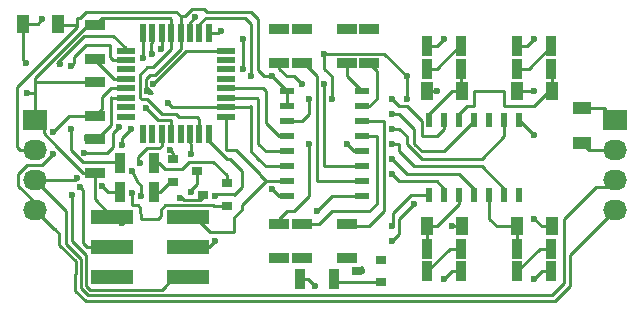
<source format=gbr>
G04 #@! TF.FileFunction,Copper,L2,Bot,Signal*
%FSLAX46Y46*%
G04 Gerber Fmt 4.6, Leading zero omitted, Abs format (unit mm)*
G04 Created by KiCad (PCBNEW 4.0.5+dfsg1-4) date Sun Sep  9 22:04:29 2018*
%MOMM*%
%LPD*%
G01*
G04 APERTURE LIST*
%ADD10C,0.100000*%
%ADD11R,0.550000X1.600000*%
%ADD12R,1.600000X0.550000*%
%ADD13R,0.900000X1.700000*%
%ADD14R,1.000000X1.600000*%
%ADD15R,1.600000X1.000000*%
%ADD16R,3.600000X1.270000*%
%ADD17R,0.900000X0.800000*%
%ADD18R,1.700000X0.900000*%
%ADD19R,0.508000X1.143000*%
%ADD20R,2.032000X1.727200*%
%ADD21O,2.032000X1.727200*%
%ADD22R,1.143000X0.508000*%
%ADD23C,0.600000*%
%ADD24C,0.250000*%
G04 APERTURE END LIST*
D10*
D11*
X44190000Y-23690000D03*
X44990000Y-23690000D03*
X45790000Y-23690000D03*
X46590000Y-23690000D03*
X47390000Y-23690000D03*
X48190000Y-23690000D03*
X48990000Y-23690000D03*
X49790000Y-23690000D03*
D12*
X51240000Y-25140000D03*
X51240000Y-25940000D03*
X51240000Y-26740000D03*
X51240000Y-27540000D03*
X51240000Y-28340000D03*
X51240000Y-29140000D03*
X51240000Y-29940000D03*
X51240000Y-30740000D03*
D11*
X49790000Y-32190000D03*
X48990000Y-32190000D03*
X48190000Y-32190000D03*
X47390000Y-32190000D03*
X46590000Y-32190000D03*
X45790000Y-32190000D03*
X44990000Y-32190000D03*
X44190000Y-32190000D03*
D12*
X42740000Y-30740000D03*
X42740000Y-29940000D03*
X42740000Y-29140000D03*
X42740000Y-28340000D03*
X42740000Y-27540000D03*
X42740000Y-26740000D03*
X42740000Y-25940000D03*
X42740000Y-25140000D03*
D13*
X71173000Y-43815000D03*
X68273000Y-43815000D03*
D14*
X34060000Y-22860000D03*
X37060000Y-22860000D03*
X71223000Y-28575000D03*
X68223000Y-28575000D03*
D15*
X81407000Y-29996000D03*
X81407000Y-32996000D03*
D14*
X78843000Y-28575000D03*
X75843000Y-28575000D03*
X75843000Y-40005000D03*
X78843000Y-40005000D03*
X68223000Y-40005000D03*
X71223000Y-40005000D03*
D16*
X48031000Y-39243000D03*
X48031000Y-41783000D03*
X48031000Y-44323000D03*
X41631000Y-44323000D03*
X41631000Y-41783000D03*
X41631000Y-39243000D03*
D17*
X51292000Y-36388000D03*
X51292000Y-38288000D03*
X49292000Y-37338000D03*
X46752000Y-36256000D03*
X46752000Y-34356000D03*
X48752000Y-35306000D03*
X64373000Y-42865000D03*
X64373000Y-44765000D03*
X62373000Y-43815000D03*
D13*
X68273000Y-26670000D03*
X71173000Y-26670000D03*
X75893000Y-26670000D03*
X78793000Y-26670000D03*
X78793000Y-41910000D03*
X75893000Y-41910000D03*
X71173000Y-41910000D03*
X68273000Y-41910000D03*
D18*
X40132000Y-22934000D03*
X40132000Y-25834000D03*
D13*
X68273000Y-24765000D03*
X71173000Y-24765000D03*
X75893000Y-24765000D03*
X78793000Y-24765000D03*
X78793000Y-43815000D03*
X75893000Y-43815000D03*
X45138000Y-34671000D03*
X42238000Y-34671000D03*
X45138000Y-37084000D03*
X42238000Y-37084000D03*
D18*
X40132000Y-35486000D03*
X40132000Y-32586000D03*
X40132000Y-27760000D03*
X40132000Y-30660000D03*
X57658000Y-23315000D03*
X57658000Y-26215000D03*
X55753000Y-23315000D03*
X55753000Y-26215000D03*
X55753000Y-42725000D03*
X55753000Y-39825000D03*
X57658000Y-42725000D03*
X57658000Y-39825000D03*
X61468000Y-42725000D03*
X61468000Y-39825000D03*
X63373000Y-23315000D03*
X63373000Y-26215000D03*
X61468000Y-23315000D03*
X61468000Y-26215000D03*
D13*
X57478000Y-44450000D03*
X60378000Y-44450000D03*
D19*
X68453000Y-30988000D03*
X69723000Y-30988000D03*
X70993000Y-30988000D03*
X72263000Y-30988000D03*
X73533000Y-30988000D03*
X74803000Y-30988000D03*
X76073000Y-30988000D03*
X76073000Y-37338000D03*
X74803000Y-37338000D03*
X72263000Y-37338000D03*
X70993000Y-37338000D03*
X69723000Y-37338000D03*
X68453000Y-37338000D03*
X73533000Y-37338000D03*
D20*
X84201000Y-30988000D03*
D21*
X84201000Y-33528000D03*
X84201000Y-36068000D03*
X84201000Y-38608000D03*
D20*
X35052000Y-30988000D03*
D21*
X35052000Y-33528000D03*
X35052000Y-36068000D03*
X35052000Y-38608000D03*
D22*
X62738000Y-37465000D03*
X62738000Y-34925000D03*
X62738000Y-33655000D03*
X62738000Y-32385000D03*
X62738000Y-31115000D03*
X62738000Y-29845000D03*
X62738000Y-28575000D03*
X56388000Y-28575000D03*
X56388000Y-29845000D03*
X56388000Y-31115000D03*
X56388000Y-32385000D03*
X56388000Y-33655000D03*
X56388000Y-34925000D03*
X56388000Y-36195000D03*
X56388000Y-37465000D03*
X62738000Y-36195000D03*
D23*
X35687000Y-22479000D03*
X42395140Y-39751000D03*
X65278000Y-40005000D03*
X34417000Y-28702000D03*
X34290000Y-26162000D03*
X66548000Y-29210000D03*
X66548000Y-27305000D03*
X77343000Y-44450000D03*
X69723000Y-44450000D03*
X58928000Y-38735000D03*
X77343000Y-24130000D03*
X69723000Y-24130000D03*
X59563000Y-25400000D03*
X60198000Y-29210000D03*
X58293000Y-29210000D03*
X57658000Y-23315000D03*
X55753000Y-23315000D03*
X61468000Y-23315000D03*
X63373000Y-23315000D03*
X57658000Y-42725000D03*
X55753000Y-42725000D03*
X61468000Y-42725000D03*
X62738000Y-43815000D03*
X81407000Y-32996000D03*
X77343000Y-28575000D03*
X41402000Y-44323000D03*
X77343000Y-32258000D03*
X67183000Y-38100000D03*
X65278000Y-41275000D03*
X58801000Y-45085000D03*
X44450000Y-29972000D03*
X44577000Y-28575000D03*
X55118000Y-27305000D03*
X69088000Y-28575000D03*
X77343000Y-39370000D03*
X70358000Y-40005000D03*
X50292000Y-41275000D03*
X50292000Y-37465000D03*
X40132000Y-25908000D03*
X38227000Y-37338000D03*
X39243000Y-33782000D03*
X46355000Y-29591000D03*
X42164000Y-31623000D03*
X38862000Y-36703000D03*
X47371000Y-37592000D03*
X48260000Y-37084000D03*
X65278000Y-35560000D03*
X44196000Y-25781000D03*
X65278000Y-34290000D03*
X44958000Y-25400000D03*
X65278000Y-33020000D03*
X45720000Y-25019000D03*
X48623220Y-22334220D03*
X52705000Y-24130000D03*
X52705000Y-26670000D03*
X65278000Y-31750000D03*
X53340000Y-27305000D03*
X65278000Y-30480000D03*
X50800000Y-23495000D03*
X65278000Y-29210000D03*
X55118000Y-36830000D03*
X45085000Y-27940000D03*
X48260000Y-33909000D03*
X43942000Y-34671000D03*
X39497000Y-32512000D03*
X38608000Y-35941000D03*
X36576000Y-32004000D03*
X36576000Y-33909000D03*
X38100000Y-26416000D03*
X38100000Y-31750000D03*
X40767000Y-36576000D03*
X37211000Y-26289000D03*
X43307000Y-37211000D03*
X42418000Y-33147000D03*
X46482000Y-33528000D03*
X43180000Y-31750000D03*
X44069000Y-37465000D03*
X43307000Y-35306000D03*
X68273000Y-26670000D03*
X75893000Y-26670000D03*
X78793000Y-41910000D03*
X71173000Y-41910000D03*
X57658000Y-27940000D03*
X59563000Y-27940000D03*
X61468000Y-33020000D03*
X58293000Y-33020000D03*
D24*
X81407000Y-29996000D02*
X83209000Y-29996000D01*
X83209000Y-29996000D02*
X84201000Y-30988000D01*
X35306000Y-22860000D02*
X34060000Y-22860000D01*
X35306000Y-22860000D02*
X35687000Y-22479000D01*
X59563000Y-25400000D02*
X64643000Y-25400000D01*
X64643000Y-25400000D02*
X66548000Y-27305000D01*
X45847000Y-30480000D02*
X46990000Y-30480000D01*
X44069699Y-29209301D02*
X43942000Y-29081602D01*
X46590000Y-25038000D02*
X45085000Y-26543000D01*
X46590000Y-23690000D02*
X46590000Y-25038000D01*
X43942000Y-27178000D02*
X43942000Y-28194000D01*
X44577000Y-26543000D02*
X43942000Y-27178000D01*
X45085000Y-26543000D02*
X44577000Y-26543000D01*
X44576301Y-29209301D02*
X45847000Y-30480000D01*
X44576301Y-29209301D02*
X44069699Y-29209301D01*
X43942000Y-29081602D02*
X43942000Y-28194000D01*
X48990000Y-30956000D02*
X48990000Y-32190000D01*
X48768000Y-30734000D02*
X48990000Y-30956000D01*
X47244000Y-30734000D02*
X48768000Y-30734000D01*
X46990000Y-30480000D02*
X47244000Y-30734000D01*
X42395140Y-39751000D02*
X41887140Y-39243000D01*
X41887140Y-39243000D02*
X41631000Y-39243000D01*
X40132000Y-37744000D02*
X41631000Y-39243000D01*
X40132000Y-35486000D02*
X40132000Y-37744000D01*
X65405000Y-38862000D02*
X65405000Y-39878000D01*
X66929000Y-37338000D02*
X65405000Y-38862000D01*
X68453000Y-37338000D02*
X66929000Y-37338000D01*
X65405000Y-39878000D02*
X65278000Y-40005000D01*
X34060000Y-22860000D02*
X34060000Y-25932000D01*
X34417000Y-28702000D02*
X35052000Y-28702000D01*
X34060000Y-25932000D02*
X34290000Y-26162000D01*
X35814000Y-31750000D02*
X35814000Y-32131000D01*
X35814000Y-32131000D02*
X36957000Y-33274000D01*
X35814000Y-31750000D02*
X35052000Y-30988000D01*
X35052000Y-30988000D02*
X35941000Y-30988000D01*
X40132000Y-35486000D02*
X39169000Y-35486000D01*
X39169000Y-35486000D02*
X36957000Y-33274000D01*
X40132000Y-27760000D02*
X35052000Y-27760000D01*
X35052000Y-27760000D02*
X35052000Y-27813000D01*
X40132000Y-22934000D02*
X39550000Y-22934000D01*
X39550000Y-22934000D02*
X35052000Y-27432000D01*
X35052000Y-27432000D02*
X35052000Y-27813000D01*
X35052000Y-27813000D02*
X35052000Y-28194000D01*
X46590000Y-23690000D02*
X46590000Y-22460000D01*
X40714000Y-22352000D02*
X40132000Y-22934000D01*
X46482000Y-22352000D02*
X40714000Y-22352000D01*
X46590000Y-22460000D02*
X46482000Y-22352000D01*
X35052000Y-30988000D02*
X35052000Y-28702000D01*
X35052000Y-28702000D02*
X35052000Y-28194000D01*
X66548000Y-27305000D02*
X66548000Y-29210000D01*
X77978000Y-43815000D02*
X78793000Y-43815000D01*
X77343000Y-44450000D02*
X77978000Y-43815000D01*
X70358000Y-43815000D02*
X71173000Y-43815000D01*
X69723000Y-44450000D02*
X70358000Y-43815000D01*
X60198000Y-37465000D02*
X58928000Y-38735000D01*
X62738000Y-37465000D02*
X60198000Y-37465000D01*
X68273000Y-24765000D02*
X69088000Y-24765000D01*
X76708000Y-24765000D02*
X75893000Y-24765000D01*
X77343000Y-24130000D02*
X76708000Y-24765000D01*
X69088000Y-24765000D02*
X69723000Y-24130000D01*
X56388000Y-31115000D02*
X57658000Y-31115000D01*
X59563000Y-26670000D02*
X59563000Y-25400000D01*
X60198000Y-27305000D02*
X59563000Y-26670000D01*
X60198000Y-27940000D02*
X60198000Y-27305000D01*
X60198000Y-29210000D02*
X60198000Y-27940000D01*
X58293000Y-30480000D02*
X58293000Y-29210000D01*
X57658000Y-31115000D02*
X58293000Y-30480000D01*
X62738000Y-43815000D02*
X62373000Y-43815000D01*
X62738000Y-43450000D02*
X62373000Y-43815000D01*
X84201000Y-33528000D02*
X81939000Y-33528000D01*
X81939000Y-33528000D02*
X81407000Y-32996000D01*
X53340000Y-21844000D02*
X53975000Y-22479000D01*
X55118000Y-27305000D02*
X54483000Y-27305000D01*
X48260000Y-21717000D02*
X48387000Y-21590000D01*
X47733000Y-22244000D02*
X48260000Y-21717000D01*
X47733000Y-22244000D02*
X47390000Y-22244000D01*
X49657000Y-21844000D02*
X53340000Y-21844000D01*
X49403000Y-21590000D02*
X49657000Y-21844000D01*
X48387000Y-21590000D02*
X49403000Y-21590000D01*
X53975000Y-26797000D02*
X54483000Y-27305000D01*
X53975000Y-22479000D02*
X53975000Y-26797000D01*
X75843000Y-28575000D02*
X77343000Y-28575000D01*
X41402000Y-44323000D02*
X41631000Y-44323000D01*
X77343000Y-32258000D02*
X76073000Y-30988000D01*
X38608000Y-22987000D02*
X37187000Y-22987000D01*
X37187000Y-22987000D02*
X37060000Y-22860000D01*
X65278000Y-41275000D02*
X65913000Y-40640000D01*
X65913000Y-40640000D02*
X65913000Y-39370000D01*
X65913000Y-39370000D02*
X67183000Y-38100000D01*
X58166000Y-44450000D02*
X57478000Y-44450000D01*
X58801000Y-45085000D02*
X58166000Y-44450000D01*
X44958000Y-28702000D02*
X44704000Y-28702000D01*
X47390000Y-24998602D02*
X45210602Y-27178000D01*
X45210602Y-27178000D02*
X44831000Y-27178000D01*
X44831000Y-27178000D02*
X44450000Y-27559000D01*
X44450000Y-27559000D02*
X44450000Y-28194000D01*
X44450000Y-28194000D02*
X44958000Y-28702000D01*
X47390000Y-23690000D02*
X47390000Y-24998602D01*
X46590000Y-31007000D02*
X46590000Y-32190000D01*
X46609000Y-30988000D02*
X46590000Y-31007000D01*
X45466000Y-30988000D02*
X46609000Y-30988000D01*
X44450000Y-29972000D02*
X45466000Y-30988000D01*
X44704000Y-28702000D02*
X44577000Y-28575000D01*
X38608000Y-22352000D02*
X38862000Y-22352000D01*
X38862000Y-22352000D02*
X39370000Y-21844000D01*
X39370000Y-21844000D02*
X46990000Y-21844000D01*
X46990000Y-21844000D02*
X47390000Y-22244000D01*
X38608000Y-22987000D02*
X38608000Y-22352000D01*
X33528000Y-28194000D02*
X38608000Y-23114000D01*
X38608000Y-23114000D02*
X38608000Y-22987000D01*
X35052000Y-33528000D02*
X33782000Y-33528000D01*
X33782000Y-33528000D02*
X33528000Y-33274000D01*
X33528000Y-33274000D02*
X33528000Y-28194000D01*
X47390000Y-22244000D02*
X47390000Y-23690000D01*
X55118000Y-27305000D02*
X56388000Y-28575000D01*
X56388000Y-28575000D02*
X56388000Y-29845000D01*
X68223000Y-28575000D02*
X69088000Y-28575000D01*
X78843000Y-40005000D02*
X77978000Y-40005000D01*
X77978000Y-40005000D02*
X77343000Y-39370000D01*
X71223000Y-40005000D02*
X70358000Y-40005000D01*
X68453000Y-30988000D02*
X68453000Y-30480000D01*
X68453000Y-30480000D02*
X70358000Y-28575000D01*
X70358000Y-28575000D02*
X71223000Y-28575000D01*
X71173000Y-26670000D02*
X71173000Y-28525000D01*
X71173000Y-28525000D02*
X71223000Y-28575000D01*
X72263000Y-29845000D02*
X72263000Y-28575000D01*
X74803000Y-28575000D02*
X74803000Y-29845000D01*
X72263000Y-28575000D02*
X74803000Y-28575000D01*
X70993000Y-30988000D02*
X70993000Y-30480000D01*
X70993000Y-30480000D02*
X71628000Y-29845000D01*
X71628000Y-29845000D02*
X72263000Y-29845000D01*
X74803000Y-29845000D02*
X77343000Y-29845000D01*
X77343000Y-29845000D02*
X78613000Y-28575000D01*
X78613000Y-28575000D02*
X78843000Y-28575000D01*
X78843000Y-28575000D02*
X78843000Y-26720000D01*
X78843000Y-26720000D02*
X78793000Y-26670000D01*
X73533000Y-37338000D02*
X73533000Y-39370000D01*
X74168000Y-40005000D02*
X75843000Y-40005000D01*
X73533000Y-39370000D02*
X74168000Y-40005000D01*
X75843000Y-40005000D02*
X75843000Y-41860000D01*
X75843000Y-41860000D02*
X75893000Y-41910000D01*
X70993000Y-37338000D02*
X70993000Y-38100000D01*
X69088000Y-40005000D02*
X68223000Y-40005000D01*
X70993000Y-38100000D02*
X69088000Y-40005000D01*
X68223000Y-40005000D02*
X68223000Y-41860000D01*
X68223000Y-41860000D02*
X68273000Y-41910000D01*
X54610000Y-36195000D02*
X56388000Y-36195000D01*
X52578000Y-38227000D02*
X54610000Y-36195000D01*
X54610000Y-36195000D02*
X54102000Y-35687000D01*
X49911000Y-40513000D02*
X51943000Y-40513000D01*
X48641000Y-39243000D02*
X49911000Y-40513000D01*
X52578000Y-38608000D02*
X52578000Y-38227000D01*
X51943000Y-39243000D02*
X52578000Y-38608000D01*
X51943000Y-39243000D02*
X51943000Y-40513000D01*
X51240000Y-33528000D02*
X52070000Y-33528000D01*
X51240000Y-30740000D02*
X51240000Y-32639000D01*
X51240000Y-32639000D02*
X51240000Y-33528000D01*
X52070000Y-33528000D02*
X54102000Y-35560000D01*
X54102000Y-35560000D02*
X54102000Y-35687000D01*
X48031000Y-39243000D02*
X48641000Y-39243000D01*
X52006500Y-37274500D02*
X50482500Y-37274500D01*
X50292000Y-41275000D02*
X49784000Y-41783000D01*
X50482500Y-37274500D02*
X50292000Y-37465000D01*
X49784000Y-41783000D02*
X48031000Y-41783000D01*
X49790000Y-32772000D02*
X51308000Y-34290000D01*
X51308000Y-34290000D02*
X51562000Y-34290000D01*
X51562000Y-34290000D02*
X52578000Y-35306000D01*
X52578000Y-35306000D02*
X52578000Y-36703000D01*
X52578000Y-36703000D02*
X52006500Y-37274500D01*
X52006500Y-37274500D02*
X51943000Y-37338000D01*
X48260000Y-42012000D02*
X48031000Y-41783000D01*
X48031000Y-41783000D02*
X48768000Y-41783000D01*
X39404501Y-42579501D02*
X39404501Y-42452501D01*
X39404501Y-42452501D02*
X38227000Y-41275000D01*
X39404501Y-43341501D02*
X39404501Y-42579501D01*
X38227000Y-41275000D02*
X38227000Y-37338000D01*
X39404501Y-45050499D02*
X39404501Y-43341501D01*
X45789002Y-45396998D02*
X39751000Y-45396998D01*
X45974000Y-45212000D02*
X45789002Y-45396998D01*
X46863000Y-44323000D02*
X45974000Y-45212000D01*
X39751000Y-45396998D02*
X39404501Y-45050499D01*
X40132000Y-25908000D02*
X40132000Y-25834000D01*
X40206000Y-25834000D02*
X40132000Y-25834000D01*
X48031000Y-44323000D02*
X46863000Y-44323000D01*
X42740000Y-27540000D02*
X41764000Y-27540000D01*
X41764000Y-27540000D02*
X40132000Y-25908000D01*
X40132000Y-25908000D02*
X40132000Y-25834000D01*
X56388000Y-34925000D02*
X54610000Y-34925000D01*
X54610000Y-34925000D02*
X53975000Y-34290000D01*
X53340000Y-33655000D02*
X53340000Y-30480000D01*
X53975000Y-34290000D02*
X53340000Y-33655000D01*
X53245000Y-29940000D02*
X51240000Y-29940000D01*
X53340000Y-29845000D02*
X53245000Y-29940000D01*
X53340000Y-30480000D02*
X53340000Y-29845000D01*
X42164000Y-31623000D02*
X41656000Y-32131000D01*
X41656000Y-33274000D02*
X41148000Y-33782000D01*
X41148000Y-33782000D02*
X39243000Y-33782000D01*
X51240000Y-29940000D02*
X46704000Y-29940000D01*
X46704000Y-29940000D02*
X46355000Y-29591000D01*
X41656000Y-32131000D02*
X41656000Y-33274000D01*
X39497000Y-41783000D02*
X41631000Y-41783000D01*
X39116000Y-41402000D02*
X39497000Y-41783000D01*
X39116000Y-36957000D02*
X39116000Y-41402000D01*
X38862000Y-36703000D02*
X39116000Y-36957000D01*
X47371000Y-37592000D02*
X47503502Y-37592000D01*
X49022000Y-37776998D02*
X49292000Y-37506998D01*
X47688500Y-37776998D02*
X49022000Y-37776998D01*
X47503502Y-37592000D02*
X47688500Y-37776998D01*
X49292000Y-37506998D02*
X49292000Y-37338000D01*
X48752000Y-36465000D02*
X48260000Y-36957000D01*
X48260000Y-36957000D02*
X48260000Y-37084000D01*
X48752000Y-35306000D02*
X48752000Y-36465000D01*
X65913000Y-36195000D02*
X65278000Y-35560000D01*
X66548000Y-36195000D02*
X65913000Y-36195000D01*
X69088000Y-36195000D02*
X66548000Y-36195000D01*
X69088000Y-36195000D02*
X69723000Y-36830000D01*
X44194700Y-25527003D02*
X44190000Y-23690000D01*
X44194700Y-25527003D02*
X44196000Y-25781000D01*
X69723000Y-37338000D02*
X69723000Y-36830000D01*
X72263000Y-36830000D02*
X70993000Y-35560000D01*
X66548000Y-35560000D02*
X70993000Y-35560000D01*
X65913000Y-34925000D02*
X66548000Y-35560000D01*
X65278000Y-34290000D02*
X65913000Y-34925000D01*
X44863000Y-25305000D02*
X44958000Y-25400000D01*
X44863000Y-25305000D02*
X44990000Y-23690000D01*
X72263000Y-37338000D02*
X72263000Y-36830000D01*
X65913000Y-33655000D02*
X65913000Y-33020000D01*
X74803000Y-36830000D02*
X72898000Y-34925000D01*
X72898000Y-34925000D02*
X67818000Y-34925000D01*
X65913000Y-33020000D02*
X65278000Y-33020000D01*
X65913000Y-33655000D02*
X66548000Y-34290000D01*
X67183000Y-34925000D02*
X66548000Y-34290000D01*
X67183000Y-34925000D02*
X67818000Y-34925000D01*
X45790000Y-24949000D02*
X45720000Y-25019000D01*
X45790000Y-24949000D02*
X45790000Y-23690000D01*
X74803000Y-37338000D02*
X74803000Y-36830000D01*
X67818000Y-34290000D02*
X67816602Y-34290000D01*
X52705000Y-24130000D02*
X52705000Y-26670000D01*
X65910204Y-31750000D02*
X65278000Y-31750000D01*
X66546602Y-32386398D02*
X65910204Y-31750000D01*
X66546602Y-33020000D02*
X66546602Y-32386398D01*
X67816602Y-34290000D02*
X66546602Y-33020000D01*
X74803000Y-32385000D02*
X74803000Y-30988000D01*
X72898000Y-34290000D02*
X67818000Y-34290000D01*
X74803000Y-32385000D02*
X72898000Y-34290000D01*
X48190000Y-23690000D02*
X48190000Y-22767440D01*
X48190000Y-22767440D02*
X48623220Y-22334220D01*
X48553220Y-22404220D02*
X48623220Y-22334220D01*
X52832000Y-22352000D02*
X49784000Y-22352000D01*
X48990000Y-22892000D02*
X49530000Y-22352000D01*
X49784000Y-22352000D02*
X49530000Y-22352000D01*
X65278000Y-30480000D02*
X65913000Y-30480000D01*
X69723000Y-33655000D02*
X72263000Y-31115000D01*
X69723000Y-33655000D02*
X67818000Y-33655000D01*
X65913000Y-30480000D02*
X67183000Y-31750000D01*
X67183000Y-31750000D02*
X67183000Y-33020000D01*
X67183000Y-33020000D02*
X67818000Y-33655000D01*
X53340000Y-22860000D02*
X53340000Y-24765000D01*
X52832000Y-22352000D02*
X53340000Y-22860000D01*
X53340000Y-27305000D02*
X53340000Y-24765000D01*
X48990000Y-23690000D02*
X48990000Y-22892000D01*
X72263000Y-30988000D02*
X72263000Y-31115000D01*
X67818000Y-32385000D02*
X69088000Y-32385000D01*
X65913000Y-29845000D02*
X66548000Y-29845000D01*
X67818000Y-31115000D02*
X67818000Y-32385000D01*
X66548000Y-29845000D02*
X67818000Y-31115000D01*
X65278000Y-29210000D02*
X65913000Y-29845000D01*
X50800000Y-23495000D02*
X50605000Y-23690000D01*
X49790000Y-23690000D02*
X50605000Y-23690000D01*
X69723000Y-31750000D02*
X69723000Y-30988000D01*
X69723000Y-31750000D02*
X69088000Y-32385000D01*
X55753000Y-37465000D02*
X55118000Y-36830000D01*
X55753000Y-37465000D02*
X56388000Y-37465000D01*
X47879000Y-25140000D02*
X47879000Y-25146000D01*
X47879000Y-25146000D02*
X45085000Y-27940000D01*
X47879000Y-25140000D02*
X51240000Y-25140000D01*
X56388000Y-32385000D02*
X55753000Y-32385000D01*
X55753000Y-32385000D02*
X54610000Y-31242000D01*
X54375000Y-28340000D02*
X51240000Y-28340000D01*
X54610000Y-31242000D02*
X54610000Y-28575000D01*
X54610000Y-28575000D02*
X54375000Y-28340000D01*
X56388000Y-33655000D02*
X54610000Y-33655000D01*
X54610000Y-33655000D02*
X53975000Y-33020000D01*
X53905000Y-29140000D02*
X51240000Y-29140000D01*
X53975000Y-29210000D02*
X53905000Y-29140000D01*
X53975000Y-33020000D02*
X53975000Y-29210000D01*
X48317000Y-33852000D02*
X48190000Y-32190000D01*
X48317000Y-33852000D02*
X48260000Y-33909000D01*
X43815000Y-34544000D02*
X43942000Y-34671000D01*
X45790000Y-32190000D02*
X45790000Y-33204000D01*
X44577000Y-33401000D02*
X43815000Y-34163000D01*
X45593000Y-33401000D02*
X44577000Y-33401000D01*
X45790000Y-33204000D02*
X45593000Y-33401000D01*
X43815000Y-34163000D02*
X43815000Y-34544000D01*
X80518000Y-38735000D02*
X82550000Y-36703000D01*
X39564604Y-45847000D02*
X39624000Y-45847000D01*
X38954499Y-44450000D02*
X38954499Y-45236895D01*
X38954499Y-45236895D02*
X39086302Y-45368698D01*
X37719000Y-41529000D02*
X38354000Y-42164000D01*
X38954499Y-42799000D02*
X38954499Y-44450000D01*
X38354000Y-42198501D02*
X38954499Y-42799000D01*
X38354000Y-42164000D02*
X38354000Y-42198501D01*
X39624000Y-45847000D02*
X51054000Y-45847000D01*
X35052000Y-36068000D02*
X37719000Y-38735000D01*
X37719000Y-38735000D02*
X37719000Y-41529000D01*
X39086302Y-45368698D02*
X39564604Y-45847000D01*
X79883000Y-39370000D02*
X79883000Y-44831000D01*
X79883000Y-44831000D02*
X78867000Y-45847000D01*
X80518000Y-38735000D02*
X79883000Y-39370000D01*
X51054000Y-45847000D02*
X78867000Y-45847000D01*
X82550000Y-36703000D02*
X83566000Y-36703000D01*
X83566000Y-36703000D02*
X84201000Y-36068000D01*
X39497000Y-32512000D02*
X39571000Y-32586000D01*
X39571000Y-32586000D02*
X40132000Y-32586000D01*
X35052000Y-36068000D02*
X38481000Y-36068000D01*
X38481000Y-36068000D02*
X38608000Y-35941000D01*
X41465500Y-29146500D02*
X42733500Y-29146500D01*
X42733500Y-29146500D02*
X42740000Y-29140000D01*
X41465500Y-31432500D02*
X41465500Y-29146500D01*
X41465500Y-29146500D02*
X41529000Y-29083000D01*
X40132000Y-32586000D02*
X40312000Y-32586000D01*
X40312000Y-32586000D02*
X41465500Y-31432500D01*
X41465500Y-31432500D02*
X41529000Y-31369000D01*
X80391000Y-45085000D02*
X80391000Y-42418000D01*
X35052000Y-38608000D02*
X36703000Y-40259000D01*
X36703000Y-40259000D02*
X36760998Y-40259000D01*
X36760998Y-40259000D02*
X37141998Y-40640000D01*
X37141998Y-40640000D02*
X37141998Y-41529000D01*
X38481000Y-44069000D02*
X38504497Y-44092497D01*
X38481000Y-45466000D02*
X38481000Y-44069000D01*
X39370000Y-46355000D02*
X38481000Y-45466000D01*
X39624000Y-46355000D02*
X39370000Y-46355000D01*
X37141998Y-41622897D02*
X38504497Y-42985396D01*
X38504497Y-42985396D02*
X38504497Y-44069000D01*
X38504497Y-44069000D02*
X38504497Y-44092497D01*
X37141998Y-41529000D02*
X37141998Y-41622897D01*
X79121000Y-46355000D02*
X80391000Y-45085000D01*
X78867000Y-46355000D02*
X79121000Y-46355000D01*
X78867000Y-46355000D02*
X39624000Y-46355000D01*
X80391000Y-42418000D02*
X84201000Y-38608000D01*
X33655000Y-35687000D02*
X33655000Y-35560000D01*
X33655000Y-35560000D02*
X34417000Y-34798000D01*
X37920000Y-30660000D02*
X40132000Y-30660000D01*
X36576000Y-32004000D02*
X37920000Y-30660000D01*
X35687000Y-34798000D02*
X36576000Y-33909000D01*
X34417000Y-34798000D02*
X35687000Y-34798000D01*
X35052000Y-38608000D02*
X35052000Y-37973000D01*
X35052000Y-37973000D02*
X33655000Y-36576000D01*
X33655000Y-36576000D02*
X33655000Y-35687000D01*
X40767000Y-29591000D02*
X40767000Y-30025000D01*
X41510000Y-28340000D02*
X40767000Y-29083000D01*
X40767000Y-29083000D02*
X40767000Y-29591000D01*
X42740000Y-28340000D02*
X41510000Y-28340000D01*
X40767000Y-30025000D02*
X40132000Y-30660000D01*
X38100000Y-32639000D02*
X38100000Y-33528000D01*
X39116000Y-34544000D02*
X40132000Y-34544000D01*
X38100000Y-33528000D02*
X39116000Y-34544000D01*
X42238000Y-34544000D02*
X40132000Y-34544000D01*
X41688000Y-25940000D02*
X41402000Y-25654000D01*
X41402000Y-25654000D02*
X41402000Y-24638000D01*
X41402000Y-24638000D02*
X39624000Y-24638000D01*
X39624000Y-24638000D02*
X39370000Y-24638000D01*
X39370000Y-24638000D02*
X38354000Y-25654000D01*
X41688000Y-25940000D02*
X42740000Y-25940000D01*
X38354000Y-26162000D02*
X38354000Y-25654000D01*
X38100000Y-26416000D02*
X38354000Y-26162000D01*
X38100000Y-32639000D02*
X38100000Y-31750000D01*
X41275000Y-37084000D02*
X42238000Y-37084000D01*
X40767000Y-36576000D02*
X41275000Y-37084000D01*
X37783199Y-25337199D02*
X36957699Y-26162699D01*
X39244398Y-23876000D02*
X37783199Y-25337199D01*
X41656000Y-23876000D02*
X39244398Y-23876000D01*
X42740000Y-24960000D02*
X41656000Y-23876000D01*
X37211699Y-26288301D02*
X37211000Y-26289000D01*
X36957699Y-26162699D02*
X37211699Y-26288301D01*
X42740000Y-25140000D02*
X42740000Y-24960000D01*
X45138000Y-34671000D02*
X45593000Y-34671000D01*
X51292000Y-35671000D02*
X51292000Y-36388000D01*
X50165000Y-34544000D02*
X51292000Y-35671000D01*
X48133000Y-34544000D02*
X50165000Y-34544000D01*
X47498000Y-35179000D02*
X48133000Y-34544000D01*
X46101000Y-35179000D02*
X47498000Y-35179000D01*
X45593000Y-34671000D02*
X46101000Y-35179000D01*
X45138000Y-34671000D02*
X45339000Y-34671000D01*
X43307000Y-37211000D02*
X43307000Y-38227000D01*
X43307000Y-38227000D02*
X43815000Y-38227000D01*
X45720000Y-39179500D02*
X45720000Y-38608000D01*
X51292000Y-38288000D02*
X50226000Y-38288000D01*
X50165000Y-38227000D02*
X46101000Y-38227000D01*
X50226000Y-38288000D02*
X50165000Y-38227000D01*
X43942000Y-38481000D02*
X43815000Y-38227000D01*
X44069000Y-39370000D02*
X45466000Y-39370000D01*
X45466000Y-39370000D02*
X45720000Y-39116000D01*
X45720000Y-39116000D02*
X45720000Y-39179500D01*
X43942000Y-38481000D02*
X43942000Y-38862000D01*
X43942000Y-38862000D02*
X44069000Y-38989000D01*
X44069000Y-38989000D02*
X44069000Y-39370000D01*
X45720000Y-38608000D02*
X46101000Y-38227000D01*
X45138000Y-37084000D02*
X45670000Y-37084000D01*
X45670000Y-37084000D02*
X46752000Y-36002000D01*
X42418000Y-33147000D02*
X42418000Y-32512000D01*
X46752000Y-33798000D02*
X46482000Y-33528000D01*
X46752000Y-33798000D02*
X46752000Y-34356000D01*
X42418000Y-32512000D02*
X43180000Y-31750000D01*
X43307000Y-35306000D02*
X43688000Y-36195000D01*
X44069000Y-36576000D02*
X44069000Y-37465000D01*
X43688000Y-36195000D02*
X44069000Y-36576000D01*
X64373000Y-44765000D02*
X60693000Y-44765000D01*
X60693000Y-44765000D02*
X60378000Y-44450000D01*
X68273000Y-26670000D02*
X69088000Y-26670000D01*
X69088000Y-26670000D02*
X70993000Y-24765000D01*
X70993000Y-24765000D02*
X71173000Y-24765000D01*
X75893000Y-26670000D02*
X76888000Y-26670000D01*
X76888000Y-26670000D02*
X78793000Y-24765000D01*
X78793000Y-41910000D02*
X77798000Y-41910000D01*
X77798000Y-41910000D02*
X75893000Y-43815000D01*
X71173000Y-41910000D02*
X70178000Y-41910000D01*
X70178000Y-41910000D02*
X68273000Y-43815000D01*
X62738000Y-36195000D02*
X58928000Y-36195000D01*
X58928000Y-27305000D02*
X57838000Y-26215000D01*
X58928000Y-36195000D02*
X58928000Y-27305000D01*
X57838000Y-26215000D02*
X57658000Y-26215000D01*
X55753000Y-26215000D02*
X55753000Y-26670000D01*
X59563000Y-34925000D02*
X62738000Y-34925000D01*
X57023000Y-27305000D02*
X56388000Y-27305000D01*
X57658000Y-27940000D02*
X57023000Y-27305000D01*
X59563000Y-34925000D02*
X59563000Y-27940000D01*
X55753000Y-26670000D02*
X56388000Y-27305000D01*
X55753000Y-39825000D02*
X55753000Y-39370000D01*
X62103000Y-33655000D02*
X62738000Y-33655000D01*
X61468000Y-33020000D02*
X62103000Y-33655000D01*
X58293000Y-37465000D02*
X58293000Y-33020000D01*
X57023000Y-38735000D02*
X58293000Y-37465000D01*
X56388000Y-38735000D02*
X57023000Y-38735000D01*
X55753000Y-39370000D02*
X56388000Y-38735000D01*
X57658000Y-39825000D02*
X59108000Y-39825000D01*
X59108000Y-39825000D02*
X60198000Y-38735000D01*
X62738000Y-32385000D02*
X64008000Y-32385000D01*
X63373000Y-38735000D02*
X60198000Y-38735000D01*
X64008000Y-38100000D02*
X63373000Y-38735000D01*
X64008000Y-32385000D02*
X64008000Y-38100000D01*
X62738000Y-31115000D02*
X64643000Y-31115000D01*
X63373000Y-40005000D02*
X61648000Y-40005000D01*
X64643000Y-38735000D02*
X63373000Y-40005000D01*
X64643000Y-31115000D02*
X64643000Y-38735000D01*
X61648000Y-40005000D02*
X61468000Y-39825000D01*
X62738000Y-29845000D02*
X63373000Y-29845000D01*
X64008000Y-26850000D02*
X63373000Y-26215000D01*
X64008000Y-29210000D02*
X64008000Y-26850000D01*
X63373000Y-29845000D02*
X64008000Y-29210000D01*
X61468000Y-26215000D02*
X61468000Y-27305000D01*
X61468000Y-27305000D02*
X62738000Y-28575000D01*
M02*

</source>
